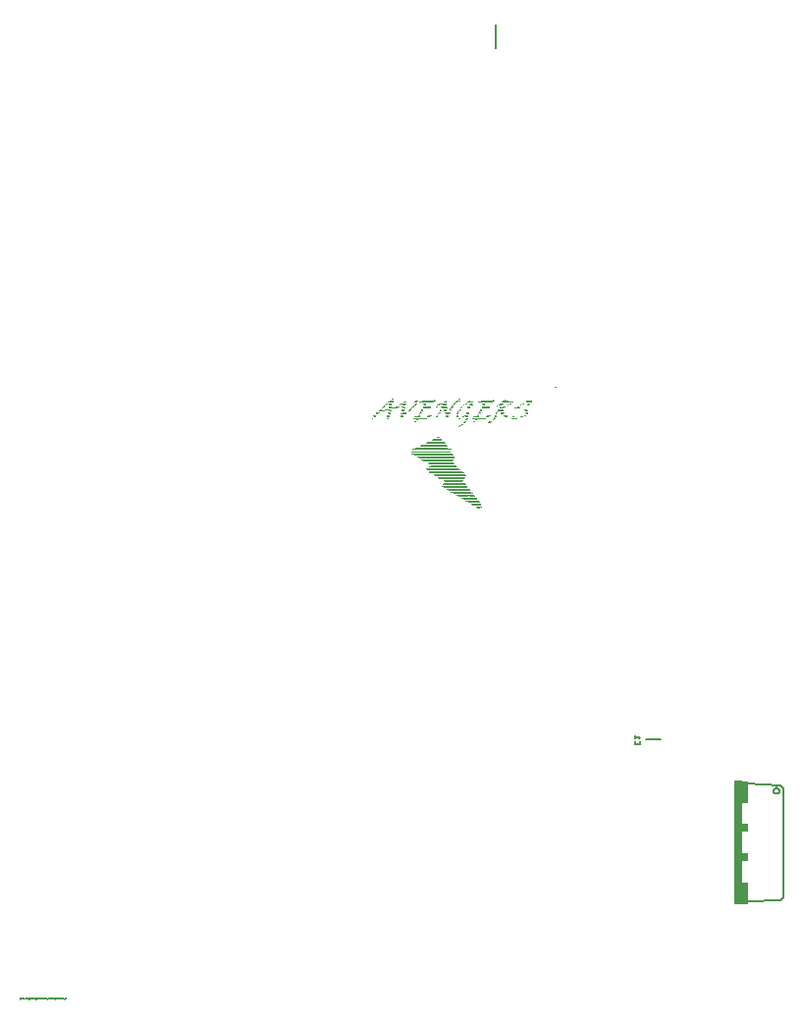
<source format=gbr>
G04 EAGLE Gerber RS-274X export*
G75*
%MOMM*%
%FSLAX34Y34*%
%LPD*%
%INSilkscreen Bottom*%
%IPPOS*%
%AMOC8*
5,1,8,0,0,1.08239X$1,22.5*%
G01*
%ADD10R,0.254000X0.084581*%
%ADD11R,0.508000X0.084581*%
%ADD12R,0.594363X0.084838*%
%ADD13R,0.762000X0.084581*%
%ADD14R,0.845819X0.084581*%
%ADD15R,0.845819X0.084838*%
%ADD16R,1.016000X0.084581*%
%ADD17R,1.102363X0.084581*%
%ADD18R,1.183638X0.084838*%
%ADD19R,1.186181X0.084581*%
%ADD20R,1.353819X0.084581*%
%ADD21R,1.440181X0.084838*%
%ADD22R,1.524000X0.084581*%
%ADD23R,1.610363X0.084838*%
%ADD24R,1.694181X0.084581*%
%ADD25R,1.778000X0.084581*%
%ADD26R,1.861819X0.084838*%
%ADD27R,1.864363X0.084581*%
%ADD28R,2.032000X0.084581*%
%ADD29R,2.115819X0.084838*%
%ADD30R,2.115819X0.084581*%
%ADD31R,2.118362X0.084581*%
%ADD32R,2.118362X0.084838*%
%ADD33R,1.861819X0.084581*%
%ADD34R,1.694181X0.084838*%
%ADD35R,1.607819X0.084581*%
%ADD36R,1.691638X0.084581*%
%ADD37R,1.778000X0.084838*%
%ADD38R,2.286000X0.084581*%
%ADD39R,2.540000X0.084838*%
%ADD40R,2.707638X0.084581*%
%ADD41R,2.710181X0.084581*%
%ADD42R,2.877819X0.084838*%
%ADD43R,2.964181X0.084581*%
%ADD44R,2.877819X0.084581*%
%ADD45R,2.880362X0.084838*%
%ADD46R,2.794000X0.084581*%
%ADD47R,2.626362X0.084838*%
%ADD48R,2.453638X0.084581*%
%ADD49R,2.202181X0.084581*%
%ADD50R,2.199638X0.084581*%
%ADD51R,2.286000X0.084838*%
%ADD52R,2.456181X0.084581*%
%ADD53R,3.048000X0.084581*%
%ADD54R,3.215638X0.084581*%
%ADD55R,3.385819X0.084838*%
%ADD56R,3.385819X0.084581*%
%ADD57R,3.472181X0.084581*%
%ADD58R,3.556000X0.084838*%
%ADD59R,3.469638X0.084581*%
%ADD60R,3.218181X0.084838*%
%ADD61R,2.369819X0.084581*%
%ADD62R,1.440181X0.084581*%
%ADD63R,1.186181X0.084838*%
%ADD64R,0.929638X0.084581*%
%ADD65R,0.508000X0.084838*%
%ADD66R,0.170181X0.084581*%
%ADD67R,0.254000X0.084838*%
%ADD68R,0.167637X0.084581*%
%ADD69R,0.083819X0.084838*%
%ADD70R,0.086363X0.084581*%
%ADD71R,0.170181X0.084838*%
%ADD72R,0.086363X0.084838*%
%ADD73R,0.083819X0.084581*%
%ADD74R,0.424181X0.084581*%
%ADD75R,0.167637X0.084838*%
%ADD76R,0.424181X0.084838*%
%ADD77R,0.337819X0.084838*%
%ADD78R,0.340363X0.084581*%
%ADD79R,0.421637X0.084581*%
%ADD80R,0.337819X0.084581*%
%ADD81R,0.340363X0.084838*%
%ADD82R,0.591819X0.084581*%
%ADD83R,0.762000X0.084838*%
%ADD84R,0.932181X0.084838*%
%ADD85R,0.675638X0.084581*%
%ADD86R,0.594363X0.084581*%
%ADD87R,0.421637X0.084838*%
%ADD88R,0.678181X0.084838*%
%ADD89R,1.270000X0.084581*%
%ADD90C,0.025400*%
%ADD91C,0.203200*%
%ADD92C,0.127000*%
%ADD93R,0.762000X10.668000*%
%ADD94R,0.508000X1.905000*%
%ADD95R,0.508000X0.762000*%


D10*
X356420Y419060D03*
D11*
X356014Y419906D03*
D12*
X355582Y420753D03*
D13*
X354744Y421600D03*
D14*
X353461Y422446D03*
D15*
X352623Y423293D03*
D16*
X351772Y424140D03*
D17*
X350502Y424986D03*
D18*
X349232Y425833D03*
D19*
X348381Y426680D03*
D20*
X347543Y427526D03*
D21*
X346273Y428373D03*
D14*
X342463Y429220D03*
D11*
X350070Y429220D03*
D22*
X344152Y430066D03*
D23*
X342882Y430913D03*
D24*
X342463Y431760D03*
D25*
X341180Y432606D03*
D26*
X339923Y433453D03*
D27*
X339072Y434300D03*
D28*
X338234Y435146D03*
D29*
X336951Y435993D03*
D30*
X336113Y436840D03*
D31*
X335262Y437686D03*
D32*
X335262Y438533D03*
D28*
X334830Y439380D03*
D33*
X334843Y440226D03*
D34*
X334843Y441073D03*
D35*
X334411Y441920D03*
D36*
X333992Y442766D03*
D37*
X332722Y443613D03*
D31*
X332722Y444460D03*
D38*
X332722Y445306D03*
D39*
X424568Y533351D03*
D40*
X331452Y447000D03*
D41*
X330601Y447846D03*
D42*
X329763Y448693D03*
D43*
X328493Y449540D03*
D44*
X327223Y450386D03*
D45*
X326372Y451233D03*
D44*
X325521Y452080D03*
D46*
X325102Y452926D03*
D47*
X325102Y453773D03*
D48*
X325102Y454620D03*
D49*
X325521Y455466D03*
D32*
X325102Y456313D03*
D50*
X323832Y457160D03*
D49*
X322981Y458006D03*
D51*
X321724Y458853D03*
D52*
X320873Y459700D03*
D46*
X320860Y460546D03*
D42*
X320441Y461393D03*
D53*
X319590Y462240D03*
D54*
X318752Y463086D03*
D55*
X317901Y463933D03*
D56*
X317063Y464780D03*
D57*
X315793Y465626D03*
D58*
X315374Y466473D03*
D59*
X314942Y467320D03*
D56*
X315361Y469292D03*
D60*
X314523Y469013D03*
D53*
X315374Y469860D03*
D46*
X315780Y470706D03*
D39*
X316212Y471553D03*
D61*
X317063Y472400D03*
D31*
X317482Y473246D03*
D26*
X317901Y474093D03*
D36*
X318752Y474940D03*
D62*
X319171Y475786D03*
D63*
X319603Y476633D03*
D64*
X320022Y477480D03*
D13*
X320860Y478326D03*
D65*
X321292Y479173D03*
D10*
X321724Y480020D03*
D66*
X341903Y442746D03*
D67*
X322424Y445993D03*
D68*
X343831Y444620D03*
D66*
X331851Y445014D03*
D69*
X339491Y489333D03*
D70*
X340342Y490180D03*
D68*
X341612Y491026D03*
D71*
X342463Y491873D03*
D72*
X365742Y491873D03*
D66*
X343301Y492720D03*
D10*
X365742Y492720D03*
D68*
X300972Y493566D03*
X344152Y493566D03*
X351772Y493566D03*
D10*
X366580Y493566D03*
D71*
X301823Y494413D03*
X345003Y494413D03*
X352623Y494413D03*
D67*
X367444Y494413D03*
D66*
X302661Y495260D03*
X345003Y495260D03*
X353461Y495260D03*
D73*
X369133Y495260D03*
X264993Y496106D03*
D66*
X277261Y496106D03*
D19*
X305201Y496106D03*
D68*
X422035Y523196D03*
D66*
X332294Y452083D03*
D68*
X339072Y496106D03*
D66*
X345841Y496106D03*
D19*
X356001Y496106D03*
D68*
X369552Y496106D03*
D74*
X386913Y496106D03*
D75*
X265412Y496953D03*
D67*
X278544Y496953D03*
D71*
X289123Y496953D03*
D21*
X306471Y496953D03*
D71*
X319603Y496953D03*
D67*
X328480Y496953D03*
D76*
X339491Y496953D03*
D71*
X345841Y496953D03*
D21*
X357271Y496953D03*
D69*
X369971Y496953D03*
D71*
X380563Y496953D03*
D67*
X385224Y496953D03*
D77*
X390723Y496953D03*
D66*
X266263Y497800D03*
D10*
X278544Y497800D03*
X290380Y497800D03*
D11*
X302674Y497800D03*
D10*
X313240Y497800D03*
D70*
X320022Y497800D03*
D10*
X329344Y497800D03*
D66*
X337383Y497800D03*
X342463Y497800D03*
D10*
X346260Y497800D03*
D11*
X353474Y497800D03*
D10*
X364040Y497800D03*
D66*
X370403Y497800D03*
D10*
X380144Y497800D03*
D66*
X385643Y497800D03*
D10*
X393682Y497800D03*
X266682Y498646D03*
X278544Y498646D03*
X290380Y498646D03*
D70*
X304782Y498646D03*
D78*
X313672Y498646D03*
D73*
X320873Y498646D03*
D10*
X329344Y498646D03*
D70*
X337802Y498646D03*
D79*
X345422Y498646D03*
D70*
X355582Y498646D03*
D78*
X364472Y498646D03*
D70*
X370822Y498646D03*
D80*
X378861Y498646D03*
D66*
X395803Y498646D03*
D75*
X267952Y499493D03*
D71*
X278963Y499493D03*
D81*
X290812Y499493D03*
D71*
X305201Y499493D03*
D75*
X313672Y499493D03*
X321292Y499493D03*
D81*
X328912Y499493D03*
D72*
X337802Y499493D03*
D81*
X346692Y499493D03*
D71*
X356001Y499493D03*
D75*
X364472Y499493D03*
D71*
X371241Y499493D03*
D67*
X377604Y499493D03*
D71*
X396641Y499493D03*
D68*
X267952Y500340D03*
D66*
X278963Y500340D03*
D74*
X291231Y500340D03*
D73*
X305633Y500340D03*
X321711Y500340D03*
D78*
X328912Y500340D03*
D70*
X337802Y500340D03*
D10*
X347124Y500340D03*
D73*
X356433Y500340D03*
X371673Y500340D03*
D10*
X376740Y500340D03*
D68*
X397492Y500340D03*
D80*
X268803Y501186D03*
D10*
X279382Y501186D03*
D79*
X292082Y501186D03*
D68*
X306052Y501186D03*
D66*
X322143Y501186D03*
D74*
X329331Y501186D03*
D73*
X338653Y501186D03*
D10*
X347124Y501186D03*
D68*
X356852Y501186D03*
D73*
X371673Y501186D03*
D80*
X376321Y501186D03*
D10*
X397924Y501186D03*
D65*
X270492Y502033D03*
D67*
X279382Y502033D03*
X291244Y502033D03*
D72*
X294622Y502033D03*
D69*
X306471Y502033D03*
D72*
X322562Y502033D03*
D65*
X328912Y502033D03*
D69*
X338653Y502033D03*
D71*
X348381Y502033D03*
D69*
X357271Y502033D03*
X372511Y502033D03*
D67*
X375902Y502033D03*
X397924Y502033D03*
D74*
X272613Y502880D03*
D66*
X279801Y502880D03*
D10*
X291244Y502880D03*
D68*
X295892Y502880D03*
D66*
X306903Y502880D03*
X322981Y502880D03*
D10*
X327642Y502880D03*
D73*
X322674Y444474D03*
X339491Y502880D03*
D66*
X357703Y502880D03*
D11*
X374632Y502880D03*
D10*
X397924Y502880D03*
D70*
X271762Y503726D03*
D82*
X277693Y503726D03*
D10*
X291244Y503726D03*
D70*
X297162Y503726D03*
X307322Y503726D03*
D73*
X323413Y503726D03*
D10*
X327642Y503726D03*
D68*
X331452Y503726D03*
D70*
X340342Y503726D03*
X358122Y503726D03*
D74*
X375051Y503726D03*
D10*
X397060Y503726D03*
D83*
X281922Y504573D03*
D71*
X291663Y504573D03*
D69*
X298013Y504573D03*
D81*
X308592Y504573D03*
D65*
X326372Y504573D03*
D69*
X331871Y504573D03*
D72*
X340342Y504573D03*
D81*
X359392Y504573D03*
D77*
X375483Y504573D03*
D84*
X391993Y504573D03*
D73*
X273451Y505420D03*
D13*
X282760Y505420D03*
D66*
X291663Y505420D03*
D73*
X298851Y505420D03*
D85*
X311132Y505420D03*
D11*
X326372Y505420D03*
D70*
X332722Y505420D03*
D73*
X341193Y505420D03*
D10*
X347962Y505420D03*
D85*
X361932Y505420D03*
D79*
X375902Y505420D03*
D74*
X389453Y505420D03*
D70*
X274302Y506266D03*
D10*
X280220Y506266D03*
D78*
X285732Y506266D03*
D10*
X291244Y506266D03*
D70*
X299702Y506266D03*
D85*
X311132Y506266D03*
D70*
X320022Y506266D03*
D74*
X325953Y506266D03*
D66*
X333141Y506266D03*
D73*
X342031Y506266D03*
D10*
X347962Y506266D03*
D85*
X361932Y506266D03*
D73*
X375051Y506266D03*
D10*
X378442Y506266D03*
D68*
X389872Y506266D03*
D69*
X275153Y507113D03*
D67*
X280220Y507113D03*
D71*
X291663Y507113D03*
D69*
X300553Y507113D03*
D71*
X309443Y507113D03*
D67*
X320860Y507113D03*
D81*
X326372Y507113D03*
D69*
X333573Y507113D03*
D72*
X342882Y507113D03*
D67*
X348800Y507113D03*
D71*
X360243Y507113D03*
D69*
X372511Y507113D03*
D71*
X375483Y507113D03*
X380563Y507113D03*
X391561Y507113D03*
D73*
X275991Y507960D03*
D10*
X280220Y507960D03*
D73*
X288691Y507960D03*
D10*
X292082Y507960D03*
D68*
X300972Y507960D03*
D66*
X309443Y507960D03*
D10*
X321724Y507960D03*
D78*
X326372Y507960D03*
D73*
X334411Y507960D03*
X343733Y507960D03*
D78*
X349232Y507960D03*
D66*
X360243Y507960D03*
D78*
X374632Y507960D03*
D73*
X381833Y507960D03*
X392831Y507960D03*
D66*
X398343Y507960D03*
D70*
X276842Y508806D03*
D10*
X280220Y508806D03*
D11*
X290812Y508806D03*
D66*
X301823Y508806D03*
D10*
X309862Y508806D03*
D86*
X325102Y508806D03*
D70*
X335262Y508806D03*
D66*
X345003Y508806D03*
D68*
X349232Y508806D03*
D10*
X360662Y508806D03*
D80*
X375483Y508806D03*
D66*
X383103Y508806D03*
X394101Y508806D03*
X399181Y508806D03*
D87*
X279382Y509653D03*
D77*
X291663Y509653D03*
D71*
X301823Y509653D03*
D75*
X306052Y509653D03*
D88*
X312821Y509653D03*
D76*
X325953Y509653D03*
D69*
X336113Y509653D03*
D12*
X347962Y509653D03*
D75*
X356852Y509653D03*
D88*
X363621Y509653D03*
D65*
X377172Y509653D03*
D71*
X383941Y509653D03*
X395803Y509653D03*
D67*
X399600Y509653D03*
D74*
X280233Y510500D03*
D10*
X292920Y510500D03*
X302242Y510500D03*
D89*
X311564Y510500D03*
D10*
X327642Y510500D03*
D68*
X336532Y510500D03*
D74*
X348813Y510500D03*
D89*
X362364Y510500D03*
D16*
X380550Y510500D03*
D11*
X399194Y510500D03*
D78*
X280652Y511346D03*
D10*
X303080Y511346D03*
D19*
X312821Y511346D03*
D73*
X328493Y511346D03*
D80*
X338221Y511346D03*
D73*
X348813Y511346D03*
D19*
X363621Y511346D03*
D82*
X379293Y511346D03*
D74*
X399613Y511346D03*
D67*
X281084Y512193D03*
D69*
X318333Y512193D03*
D81*
X339072Y512193D03*
D69*
X369133Y512193D03*
X379293Y512193D03*
D67*
X400464Y512193D03*
D70*
X281922Y513040D03*
D68*
X339072Y513040D03*
D90*
X-449Y-4115D02*
X-770Y-4115D01*
X-449Y-4115D02*
X-415Y-4113D01*
X-382Y-4108D01*
X-350Y-4099D01*
X-318Y-4087D01*
X-288Y-4072D01*
X-260Y-4054D01*
X-234Y-4032D01*
X-210Y-4008D01*
X-189Y-3982D01*
X-170Y-3954D01*
X-155Y-3924D01*
X-143Y-3893D01*
X-134Y-3860D01*
X-129Y-3827D01*
X-127Y-3793D01*
X-127Y-2989D01*
X-129Y-2955D01*
X-134Y-2922D01*
X-143Y-2890D01*
X-155Y-2858D01*
X-170Y-2828D01*
X-188Y-2800D01*
X-210Y-2774D01*
X-234Y-2750D01*
X-260Y-2729D01*
X-288Y-2710D01*
X-318Y-2695D01*
X-349Y-2683D01*
X-382Y-2674D01*
X-415Y-2669D01*
X-449Y-2667D01*
X-770Y-2667D01*
X-1363Y-3914D02*
X-1363Y-3994D01*
X-1363Y-3914D02*
X-1444Y-3914D01*
X-1444Y-3994D01*
X-1363Y-3994D01*
X-1363Y-3351D02*
X-1363Y-3270D01*
X-1444Y-3270D01*
X-1444Y-3351D01*
X-1363Y-3351D01*
X-2052Y-4276D02*
X-2695Y-2506D01*
X-3401Y-2667D02*
X-3401Y-3713D01*
X-3403Y-3751D01*
X-3408Y-3789D01*
X-3417Y-3826D01*
X-3430Y-3862D01*
X-3446Y-3897D01*
X-3465Y-3930D01*
X-3487Y-3961D01*
X-3512Y-3990D01*
X-3540Y-4017D01*
X-3570Y-4040D01*
X-3602Y-4061D01*
X-3636Y-4079D01*
X-3672Y-4093D01*
X-3708Y-4104D01*
X-3746Y-4111D01*
X-3784Y-4115D01*
X-3822Y-4115D01*
X-3860Y-4111D01*
X-3898Y-4104D01*
X-3934Y-4093D01*
X-3970Y-4079D01*
X-4004Y-4061D01*
X-4036Y-4040D01*
X-4066Y-4017D01*
X-4094Y-3990D01*
X-4119Y-3961D01*
X-4141Y-3930D01*
X-4160Y-3897D01*
X-4176Y-3862D01*
X-4189Y-3826D01*
X-4198Y-3789D01*
X-4203Y-3751D01*
X-4205Y-3713D01*
X-4205Y-2667D01*
X-5082Y-3552D02*
X-5485Y-3713D01*
X-5082Y-3552D02*
X-5057Y-3540D01*
X-5034Y-3525D01*
X-5013Y-3507D01*
X-4995Y-3486D01*
X-4980Y-3464D01*
X-4967Y-3439D01*
X-4958Y-3413D01*
X-4953Y-3386D01*
X-4951Y-3358D01*
X-4953Y-3331D01*
X-4958Y-3304D01*
X-4967Y-3277D01*
X-4979Y-3253D01*
X-4995Y-3230D01*
X-5013Y-3209D01*
X-5034Y-3191D01*
X-5057Y-3176D01*
X-5082Y-3164D01*
X-5108Y-3156D01*
X-5135Y-3150D01*
X-5163Y-3149D01*
X-5163Y-3150D02*
X-5216Y-3152D01*
X-5269Y-3158D01*
X-5322Y-3166D01*
X-5374Y-3178D01*
X-5425Y-3192D01*
X-5476Y-3210D01*
X-5525Y-3231D01*
X-5485Y-3712D02*
X-5510Y-3724D01*
X-5533Y-3739D01*
X-5554Y-3757D01*
X-5572Y-3778D01*
X-5587Y-3800D01*
X-5600Y-3825D01*
X-5609Y-3851D01*
X-5614Y-3878D01*
X-5616Y-3906D01*
X-5614Y-3933D01*
X-5609Y-3960D01*
X-5600Y-3987D01*
X-5588Y-4011D01*
X-5572Y-4034D01*
X-5554Y-4055D01*
X-5533Y-4073D01*
X-5510Y-4088D01*
X-5485Y-4100D01*
X-5459Y-4109D01*
X-5432Y-4114D01*
X-5404Y-4115D01*
X-5340Y-4112D01*
X-5276Y-4107D01*
X-5212Y-4098D01*
X-5148Y-4087D01*
X-5085Y-4072D01*
X-5023Y-4055D01*
X-4962Y-4034D01*
X-6531Y-4115D02*
X-6933Y-4115D01*
X-6531Y-4115D02*
X-6502Y-4113D01*
X-6473Y-4108D01*
X-6446Y-4099D01*
X-6419Y-4087D01*
X-6394Y-4072D01*
X-6371Y-4054D01*
X-6351Y-4034D01*
X-6333Y-4011D01*
X-6318Y-3986D01*
X-6306Y-3959D01*
X-6297Y-3932D01*
X-6292Y-3903D01*
X-6290Y-3874D01*
X-6289Y-3874D02*
X-6289Y-3471D01*
X-6291Y-3436D01*
X-6297Y-3402D01*
X-6306Y-3368D01*
X-6319Y-3336D01*
X-6335Y-3305D01*
X-6355Y-3276D01*
X-6377Y-3250D01*
X-6403Y-3226D01*
X-6430Y-3204D01*
X-6460Y-3187D01*
X-6492Y-3172D01*
X-6525Y-3161D01*
X-6559Y-3153D01*
X-6594Y-3149D01*
X-6628Y-3149D01*
X-6663Y-3153D01*
X-6697Y-3161D01*
X-6730Y-3172D01*
X-6762Y-3187D01*
X-6792Y-3204D01*
X-6819Y-3226D01*
X-6845Y-3250D01*
X-6867Y-3276D01*
X-6887Y-3305D01*
X-6903Y-3336D01*
X-6916Y-3368D01*
X-6925Y-3402D01*
X-6931Y-3436D01*
X-6933Y-3471D01*
X-6933Y-3632D01*
X-6289Y-3632D01*
X-7680Y-4115D02*
X-7680Y-3150D01*
X-8163Y-3150D01*
X-8163Y-3311D01*
X-8809Y-3552D02*
X-9212Y-3713D01*
X-8809Y-3552D02*
X-8784Y-3540D01*
X-8761Y-3525D01*
X-8740Y-3507D01*
X-8722Y-3486D01*
X-8707Y-3464D01*
X-8694Y-3439D01*
X-8685Y-3413D01*
X-8680Y-3386D01*
X-8678Y-3358D01*
X-8680Y-3331D01*
X-8685Y-3304D01*
X-8694Y-3277D01*
X-8706Y-3253D01*
X-8722Y-3230D01*
X-8740Y-3209D01*
X-8761Y-3191D01*
X-8784Y-3176D01*
X-8809Y-3164D01*
X-8835Y-3156D01*
X-8862Y-3150D01*
X-8890Y-3149D01*
X-8890Y-3150D02*
X-8943Y-3152D01*
X-8996Y-3158D01*
X-9049Y-3166D01*
X-9101Y-3178D01*
X-9152Y-3192D01*
X-9203Y-3210D01*
X-9252Y-3231D01*
X-9212Y-3712D02*
X-9237Y-3724D01*
X-9260Y-3739D01*
X-9281Y-3757D01*
X-9299Y-3778D01*
X-9314Y-3800D01*
X-9327Y-3825D01*
X-9336Y-3851D01*
X-9341Y-3878D01*
X-9343Y-3906D01*
X-9341Y-3933D01*
X-9336Y-3960D01*
X-9327Y-3987D01*
X-9315Y-4011D01*
X-9299Y-4034D01*
X-9281Y-4055D01*
X-9260Y-4073D01*
X-9237Y-4088D01*
X-9212Y-4100D01*
X-9186Y-4109D01*
X-9159Y-4114D01*
X-9131Y-4115D01*
X-9067Y-4112D01*
X-9003Y-4107D01*
X-8939Y-4098D01*
X-8875Y-4087D01*
X-8812Y-4072D01*
X-8750Y-4055D01*
X-8689Y-4034D01*
X-9965Y-4276D02*
X-10609Y-2506D01*
X-11293Y-3150D02*
X-11293Y-3874D01*
X-11295Y-3903D01*
X-11300Y-3932D01*
X-11309Y-3959D01*
X-11321Y-3986D01*
X-11336Y-4011D01*
X-11354Y-4034D01*
X-11374Y-4054D01*
X-11397Y-4072D01*
X-11422Y-4087D01*
X-11449Y-4099D01*
X-11476Y-4108D01*
X-11505Y-4113D01*
X-11534Y-4115D01*
X-11936Y-4115D01*
X-11936Y-3150D01*
X-12792Y-3552D02*
X-13194Y-3713D01*
X-12791Y-3552D02*
X-12766Y-3540D01*
X-12743Y-3525D01*
X-12722Y-3507D01*
X-12704Y-3486D01*
X-12689Y-3464D01*
X-12676Y-3439D01*
X-12667Y-3413D01*
X-12662Y-3386D01*
X-12660Y-3358D01*
X-12662Y-3331D01*
X-12667Y-3304D01*
X-12676Y-3277D01*
X-12688Y-3253D01*
X-12704Y-3230D01*
X-12722Y-3209D01*
X-12743Y-3191D01*
X-12766Y-3176D01*
X-12791Y-3164D01*
X-12817Y-3156D01*
X-12844Y-3150D01*
X-12872Y-3149D01*
X-12872Y-3150D02*
X-12925Y-3152D01*
X-12978Y-3158D01*
X-13031Y-3166D01*
X-13083Y-3178D01*
X-13134Y-3192D01*
X-13185Y-3210D01*
X-13234Y-3231D01*
X-13194Y-3712D02*
X-13219Y-3724D01*
X-13242Y-3739D01*
X-13263Y-3757D01*
X-13281Y-3778D01*
X-13296Y-3800D01*
X-13309Y-3825D01*
X-13318Y-3851D01*
X-13323Y-3878D01*
X-13325Y-3906D01*
X-13323Y-3933D01*
X-13318Y-3960D01*
X-13309Y-3987D01*
X-13297Y-4011D01*
X-13281Y-4034D01*
X-13263Y-4055D01*
X-13242Y-4073D01*
X-13219Y-4088D01*
X-13194Y-4100D01*
X-13168Y-4109D01*
X-13141Y-4114D01*
X-13113Y-4115D01*
X-13049Y-4112D01*
X-12985Y-4107D01*
X-12921Y-4098D01*
X-12857Y-4087D01*
X-12794Y-4072D01*
X-12732Y-4055D01*
X-12671Y-4034D01*
X-14240Y-4115D02*
X-14642Y-4115D01*
X-14240Y-4115D02*
X-14211Y-4113D01*
X-14182Y-4108D01*
X-14155Y-4099D01*
X-14128Y-4087D01*
X-14103Y-4072D01*
X-14080Y-4054D01*
X-14060Y-4034D01*
X-14042Y-4011D01*
X-14027Y-3986D01*
X-14015Y-3959D01*
X-14006Y-3932D01*
X-14001Y-3903D01*
X-13999Y-3874D01*
X-13998Y-3874D02*
X-13998Y-3471D01*
X-14000Y-3436D01*
X-14006Y-3402D01*
X-14015Y-3368D01*
X-14028Y-3336D01*
X-14044Y-3305D01*
X-14064Y-3276D01*
X-14086Y-3250D01*
X-14112Y-3226D01*
X-14139Y-3204D01*
X-14169Y-3187D01*
X-14201Y-3172D01*
X-14234Y-3161D01*
X-14268Y-3153D01*
X-14303Y-3149D01*
X-14337Y-3149D01*
X-14372Y-3153D01*
X-14406Y-3161D01*
X-14439Y-3172D01*
X-14471Y-3187D01*
X-14501Y-3204D01*
X-14528Y-3226D01*
X-14554Y-3250D01*
X-14576Y-3276D01*
X-14596Y-3305D01*
X-14612Y-3336D01*
X-14625Y-3368D01*
X-14634Y-3402D01*
X-14640Y-3436D01*
X-14642Y-3471D01*
X-14642Y-3632D01*
X-13998Y-3632D01*
X-15390Y-4115D02*
X-15390Y-3150D01*
X-15872Y-3150D01*
X-15872Y-3311D01*
X-16347Y-4276D02*
X-16990Y-2506D01*
X-17696Y-2667D02*
X-17696Y-4115D01*
X-17696Y-2667D02*
X-18098Y-2667D01*
X-18135Y-2669D01*
X-18172Y-2674D01*
X-18208Y-2682D01*
X-18243Y-2694D01*
X-18277Y-2709D01*
X-18310Y-2727D01*
X-18340Y-2748D01*
X-18369Y-2772D01*
X-18395Y-2798D01*
X-18419Y-2827D01*
X-18440Y-2857D01*
X-18458Y-2890D01*
X-18473Y-2924D01*
X-18485Y-2959D01*
X-18493Y-2995D01*
X-18498Y-3032D01*
X-18500Y-3069D01*
X-18500Y-3713D01*
X-18498Y-3750D01*
X-18493Y-3787D01*
X-18485Y-3823D01*
X-18473Y-3858D01*
X-18458Y-3892D01*
X-18440Y-3925D01*
X-18419Y-3955D01*
X-18395Y-3984D01*
X-18369Y-4010D01*
X-18340Y-4034D01*
X-18310Y-4055D01*
X-18277Y-4073D01*
X-18243Y-4088D01*
X-18208Y-4100D01*
X-18172Y-4108D01*
X-18135Y-4113D01*
X-18098Y-4115D01*
X-17696Y-4115D01*
X-19498Y-4115D02*
X-19900Y-4115D01*
X-19498Y-4115D02*
X-19469Y-4113D01*
X-19440Y-4108D01*
X-19413Y-4099D01*
X-19386Y-4087D01*
X-19361Y-4072D01*
X-19338Y-4054D01*
X-19318Y-4034D01*
X-19300Y-4011D01*
X-19285Y-3986D01*
X-19273Y-3959D01*
X-19264Y-3932D01*
X-19259Y-3903D01*
X-19257Y-3874D01*
X-19257Y-3471D01*
X-19259Y-3436D01*
X-19265Y-3402D01*
X-19274Y-3368D01*
X-19287Y-3336D01*
X-19303Y-3305D01*
X-19323Y-3276D01*
X-19345Y-3250D01*
X-19371Y-3226D01*
X-19398Y-3204D01*
X-19428Y-3187D01*
X-19460Y-3172D01*
X-19493Y-3161D01*
X-19527Y-3153D01*
X-19562Y-3149D01*
X-19596Y-3149D01*
X-19631Y-3153D01*
X-19665Y-3161D01*
X-19698Y-3172D01*
X-19730Y-3187D01*
X-19760Y-3204D01*
X-19787Y-3226D01*
X-19813Y-3250D01*
X-19835Y-3276D01*
X-19855Y-3305D01*
X-19871Y-3336D01*
X-19884Y-3368D01*
X-19893Y-3402D01*
X-19899Y-3436D01*
X-19901Y-3471D01*
X-19900Y-3471D02*
X-19900Y-3632D01*
X-19257Y-3632D01*
X-20705Y-3552D02*
X-21107Y-3713D01*
X-20704Y-3552D02*
X-20679Y-3540D01*
X-20656Y-3525D01*
X-20635Y-3507D01*
X-20617Y-3486D01*
X-20602Y-3464D01*
X-20589Y-3439D01*
X-20580Y-3413D01*
X-20575Y-3386D01*
X-20573Y-3358D01*
X-20575Y-3331D01*
X-20580Y-3304D01*
X-20589Y-3277D01*
X-20601Y-3253D01*
X-20617Y-3230D01*
X-20635Y-3209D01*
X-20656Y-3191D01*
X-20679Y-3176D01*
X-20704Y-3164D01*
X-20730Y-3156D01*
X-20757Y-3150D01*
X-20785Y-3149D01*
X-20785Y-3150D02*
X-20838Y-3152D01*
X-20891Y-3158D01*
X-20944Y-3166D01*
X-20996Y-3178D01*
X-21047Y-3192D01*
X-21098Y-3210D01*
X-21147Y-3231D01*
X-21108Y-3712D02*
X-21133Y-3724D01*
X-21156Y-3739D01*
X-21177Y-3757D01*
X-21195Y-3778D01*
X-21210Y-3800D01*
X-21223Y-3825D01*
X-21232Y-3851D01*
X-21237Y-3878D01*
X-21239Y-3906D01*
X-21237Y-3933D01*
X-21232Y-3960D01*
X-21223Y-3987D01*
X-21211Y-4011D01*
X-21195Y-4034D01*
X-21177Y-4055D01*
X-21156Y-4073D01*
X-21133Y-4088D01*
X-21108Y-4100D01*
X-21082Y-4109D01*
X-21055Y-4114D01*
X-21027Y-4115D01*
X-21026Y-4115D02*
X-20962Y-4112D01*
X-20898Y-4107D01*
X-20834Y-4098D01*
X-20770Y-4087D01*
X-20707Y-4072D01*
X-20645Y-4055D01*
X-20584Y-4034D01*
X-21989Y-4115D02*
X-21989Y-2667D01*
X-22632Y-3150D02*
X-21989Y-3632D01*
X-22270Y-3431D02*
X-22632Y-4115D01*
X-23098Y-3150D02*
X-23580Y-3150D01*
X-23258Y-2667D02*
X-23258Y-3874D01*
X-23259Y-3874D02*
X-23261Y-3903D01*
X-23266Y-3932D01*
X-23275Y-3959D01*
X-23287Y-3986D01*
X-23302Y-4011D01*
X-23320Y-4034D01*
X-23340Y-4054D01*
X-23363Y-4072D01*
X-23388Y-4087D01*
X-23415Y-4099D01*
X-23442Y-4108D01*
X-23471Y-4113D01*
X-23500Y-4115D01*
X-23580Y-4115D01*
X-24209Y-3793D02*
X-24209Y-3471D01*
X-24211Y-3436D01*
X-24217Y-3402D01*
X-24226Y-3368D01*
X-24239Y-3336D01*
X-24255Y-3305D01*
X-24275Y-3276D01*
X-24297Y-3250D01*
X-24323Y-3226D01*
X-24350Y-3204D01*
X-24380Y-3187D01*
X-24412Y-3172D01*
X-24445Y-3161D01*
X-24479Y-3153D01*
X-24514Y-3149D01*
X-24548Y-3149D01*
X-24583Y-3153D01*
X-24617Y-3161D01*
X-24650Y-3172D01*
X-24682Y-3187D01*
X-24712Y-3204D01*
X-24739Y-3226D01*
X-24765Y-3250D01*
X-24787Y-3276D01*
X-24807Y-3305D01*
X-24823Y-3336D01*
X-24836Y-3368D01*
X-24845Y-3402D01*
X-24851Y-3436D01*
X-24853Y-3471D01*
X-24853Y-3793D01*
X-24851Y-3828D01*
X-24845Y-3862D01*
X-24836Y-3896D01*
X-24823Y-3928D01*
X-24807Y-3959D01*
X-24787Y-3988D01*
X-24765Y-4014D01*
X-24739Y-4038D01*
X-24712Y-4060D01*
X-24682Y-4077D01*
X-24650Y-4092D01*
X-24617Y-4103D01*
X-24583Y-4111D01*
X-24548Y-4115D01*
X-24514Y-4115D01*
X-24479Y-4111D01*
X-24445Y-4103D01*
X-24412Y-4092D01*
X-24380Y-4077D01*
X-24350Y-4060D01*
X-24323Y-4038D01*
X-24297Y-4014D01*
X-24275Y-3988D01*
X-24255Y-3959D01*
X-24239Y-3928D01*
X-24226Y-3896D01*
X-24217Y-3862D01*
X-24211Y-3828D01*
X-24209Y-3793D01*
X-25599Y-3150D02*
X-25599Y-4597D01*
X-25599Y-3150D02*
X-26001Y-3150D01*
X-26030Y-3152D01*
X-26059Y-3157D01*
X-26086Y-3166D01*
X-26113Y-3178D01*
X-26138Y-3193D01*
X-26161Y-3211D01*
X-26181Y-3231D01*
X-26199Y-3254D01*
X-26214Y-3279D01*
X-26226Y-3306D01*
X-26235Y-3333D01*
X-26240Y-3362D01*
X-26242Y-3391D01*
X-26242Y-3874D01*
X-26240Y-3903D01*
X-26235Y-3932D01*
X-26226Y-3959D01*
X-26214Y-3986D01*
X-26199Y-4011D01*
X-26181Y-4034D01*
X-26161Y-4054D01*
X-26138Y-4072D01*
X-26113Y-4087D01*
X-26086Y-4099D01*
X-26059Y-4108D01*
X-26030Y-4113D01*
X-26001Y-4115D01*
X-25599Y-4115D01*
X-26864Y-4276D02*
X-27507Y-2506D01*
X-28203Y-2667D02*
X-28203Y-4115D01*
X-28605Y-4115D01*
X-28605Y-4114D02*
X-28634Y-4112D01*
X-28663Y-4107D01*
X-28690Y-4098D01*
X-28717Y-4086D01*
X-28742Y-4071D01*
X-28765Y-4053D01*
X-28785Y-4033D01*
X-28803Y-4010D01*
X-28818Y-3985D01*
X-28830Y-3959D01*
X-28839Y-3931D01*
X-28844Y-3902D01*
X-28846Y-3873D01*
X-28846Y-3874D02*
X-28846Y-3391D01*
X-28844Y-3362D01*
X-28839Y-3333D01*
X-28830Y-3306D01*
X-28818Y-3279D01*
X-28803Y-3254D01*
X-28785Y-3231D01*
X-28765Y-3211D01*
X-28742Y-3193D01*
X-28717Y-3178D01*
X-28690Y-3166D01*
X-28663Y-3157D01*
X-28634Y-3152D01*
X-28605Y-3150D01*
X-28203Y-3150D01*
X-29613Y-3150D02*
X-29613Y-4115D01*
X-29613Y-3150D02*
X-30337Y-3150D01*
X-30366Y-3152D01*
X-30395Y-3157D01*
X-30422Y-3166D01*
X-30449Y-3178D01*
X-30474Y-3193D01*
X-30497Y-3211D01*
X-30517Y-3231D01*
X-30535Y-3254D01*
X-30550Y-3279D01*
X-30562Y-3306D01*
X-30571Y-3333D01*
X-30576Y-3362D01*
X-30578Y-3391D01*
X-30578Y-4115D01*
X-30096Y-4115D02*
X-30096Y-3150D01*
X-31587Y-4115D02*
X-31989Y-4115D01*
X-31587Y-4115D02*
X-31558Y-4113D01*
X-31529Y-4108D01*
X-31502Y-4099D01*
X-31475Y-4087D01*
X-31450Y-4072D01*
X-31427Y-4054D01*
X-31407Y-4034D01*
X-31389Y-4011D01*
X-31374Y-3986D01*
X-31362Y-3959D01*
X-31353Y-3932D01*
X-31348Y-3903D01*
X-31346Y-3874D01*
X-31345Y-3874D02*
X-31345Y-3391D01*
X-31346Y-3391D02*
X-31348Y-3362D01*
X-31353Y-3333D01*
X-31362Y-3306D01*
X-31374Y-3279D01*
X-31389Y-3254D01*
X-31407Y-3231D01*
X-31427Y-3211D01*
X-31450Y-3193D01*
X-31475Y-3178D01*
X-31502Y-3166D01*
X-31529Y-3157D01*
X-31558Y-3152D01*
X-31587Y-3150D01*
X-31989Y-3150D01*
X-31989Y-4356D01*
X-31987Y-4385D01*
X-31982Y-4414D01*
X-31973Y-4441D01*
X-31961Y-4468D01*
X-31946Y-4493D01*
X-31928Y-4516D01*
X-31908Y-4536D01*
X-31885Y-4554D01*
X-31860Y-4569D01*
X-31833Y-4581D01*
X-31806Y-4590D01*
X-31777Y-4595D01*
X-31748Y-4597D01*
X-31426Y-4597D01*
X-32798Y-4597D02*
X-32798Y-3150D01*
X-33200Y-3150D01*
X-33229Y-3152D01*
X-33258Y-3157D01*
X-33285Y-3166D01*
X-33312Y-3178D01*
X-33337Y-3193D01*
X-33360Y-3211D01*
X-33380Y-3231D01*
X-33398Y-3254D01*
X-33413Y-3279D01*
X-33425Y-3306D01*
X-33434Y-3333D01*
X-33439Y-3362D01*
X-33441Y-3391D01*
X-33441Y-3874D01*
X-33439Y-3903D01*
X-33434Y-3932D01*
X-33425Y-3959D01*
X-33413Y-3986D01*
X-33398Y-4011D01*
X-33380Y-4034D01*
X-33360Y-4054D01*
X-33337Y-4072D01*
X-33312Y-4087D01*
X-33285Y-4099D01*
X-33258Y-4108D01*
X-33229Y-4113D01*
X-33200Y-4115D01*
X-32798Y-4115D01*
X-34078Y-4115D02*
X-34078Y-3150D01*
X-34038Y-2747D02*
X-34038Y-2667D01*
X-34118Y-2667D01*
X-34118Y-2747D01*
X-34038Y-2747D01*
X-34970Y-4115D02*
X-35292Y-4115D01*
X-34970Y-4115D02*
X-34941Y-4113D01*
X-34912Y-4108D01*
X-34885Y-4099D01*
X-34858Y-4087D01*
X-34833Y-4072D01*
X-34810Y-4054D01*
X-34790Y-4034D01*
X-34772Y-4011D01*
X-34757Y-3986D01*
X-34745Y-3959D01*
X-34736Y-3932D01*
X-34731Y-3903D01*
X-34729Y-3874D01*
X-34729Y-3391D01*
X-34731Y-3362D01*
X-34736Y-3333D01*
X-34745Y-3306D01*
X-34757Y-3279D01*
X-34772Y-3254D01*
X-34790Y-3231D01*
X-34810Y-3211D01*
X-34833Y-3193D01*
X-34858Y-3178D01*
X-34885Y-3166D01*
X-34912Y-3157D01*
X-34941Y-3152D01*
X-34970Y-3150D01*
X-35292Y-3150D01*
X-35825Y-4034D02*
X-35825Y-4115D01*
X-35825Y-4034D02*
X-35905Y-4034D01*
X-35905Y-4115D01*
X-35825Y-4115D01*
X-36575Y-4115D02*
X-36575Y-2667D01*
X-36575Y-4115D02*
X-36978Y-4115D01*
X-36978Y-4114D02*
X-37007Y-4112D01*
X-37036Y-4107D01*
X-37063Y-4098D01*
X-37090Y-4086D01*
X-37115Y-4071D01*
X-37138Y-4053D01*
X-37158Y-4033D01*
X-37176Y-4010D01*
X-37191Y-3985D01*
X-37203Y-3959D01*
X-37212Y-3931D01*
X-37217Y-3902D01*
X-37219Y-3873D01*
X-37219Y-3874D02*
X-37219Y-3391D01*
X-37217Y-3362D01*
X-37212Y-3333D01*
X-37203Y-3306D01*
X-37191Y-3279D01*
X-37176Y-3254D01*
X-37158Y-3231D01*
X-37138Y-3211D01*
X-37115Y-3193D01*
X-37090Y-3178D01*
X-37063Y-3166D01*
X-37036Y-3157D01*
X-37007Y-3152D01*
X-36978Y-3150D01*
X-36575Y-3150D01*
X-37986Y-3150D02*
X-37986Y-4115D01*
X-37986Y-3150D02*
X-38710Y-3150D01*
X-38739Y-3152D01*
X-38768Y-3157D01*
X-38795Y-3166D01*
X-38822Y-3178D01*
X-38847Y-3193D01*
X-38870Y-3211D01*
X-38890Y-3231D01*
X-38908Y-3254D01*
X-38923Y-3279D01*
X-38935Y-3306D01*
X-38944Y-3333D01*
X-38949Y-3362D01*
X-38951Y-3391D01*
X-38951Y-4115D01*
X-38469Y-4115D02*
X-38469Y-3150D01*
X-39792Y-3150D02*
X-39792Y-4597D01*
X-39792Y-3150D02*
X-40194Y-3150D01*
X-40223Y-3152D01*
X-40252Y-3157D01*
X-40279Y-3166D01*
X-40306Y-3178D01*
X-40331Y-3193D01*
X-40354Y-3211D01*
X-40374Y-3231D01*
X-40392Y-3254D01*
X-40407Y-3279D01*
X-40419Y-3306D01*
X-40428Y-3333D01*
X-40433Y-3362D01*
X-40435Y-3391D01*
X-40435Y-3874D01*
X-40433Y-3903D01*
X-40428Y-3932D01*
X-40419Y-3959D01*
X-40407Y-3986D01*
X-40392Y-4011D01*
X-40374Y-4034D01*
X-40354Y-4054D01*
X-40331Y-4072D01*
X-40306Y-4087D01*
X-40279Y-4099D01*
X-40252Y-4108D01*
X-40223Y-4113D01*
X-40194Y-4115D01*
X-39792Y-4115D01*
D91*
X499650Y219500D02*
X512350Y219500D01*
D92*
X490379Y218004D02*
X490379Y216932D01*
X490381Y216867D01*
X490387Y216803D01*
X490397Y216739D01*
X490410Y216675D01*
X490428Y216613D01*
X490449Y216552D01*
X490473Y216492D01*
X490502Y216434D01*
X490534Y216377D01*
X490569Y216323D01*
X490607Y216271D01*
X490649Y216221D01*
X490693Y216174D01*
X490740Y216130D01*
X490790Y216088D01*
X490842Y216050D01*
X490896Y216015D01*
X490953Y215983D01*
X491011Y215954D01*
X491071Y215930D01*
X491132Y215909D01*
X491194Y215891D01*
X491258Y215878D01*
X491322Y215868D01*
X491386Y215862D01*
X491451Y215860D01*
X491451Y215859D02*
X494133Y215859D01*
X494133Y215860D02*
X494198Y215862D01*
X494262Y215868D01*
X494326Y215878D01*
X494390Y215891D01*
X494452Y215909D01*
X494513Y215930D01*
X494573Y215954D01*
X494631Y215983D01*
X494688Y216015D01*
X494742Y216050D01*
X494794Y216088D01*
X494844Y216130D01*
X494891Y216174D01*
X494935Y216221D01*
X494977Y216271D01*
X495015Y216323D01*
X495050Y216377D01*
X495082Y216434D01*
X495111Y216492D01*
X495135Y216552D01*
X495156Y216613D01*
X495174Y216675D01*
X495187Y216739D01*
X495197Y216803D01*
X495203Y216867D01*
X495205Y216932D01*
X495205Y218004D01*
X494133Y220460D02*
X495205Y221800D01*
X490379Y221800D01*
X490379Y220460D02*
X490379Y223141D01*
X370500Y816100D02*
X370500Y836100D01*
X586930Y79700D02*
X616140Y80970D01*
X618680Y83510D01*
X618680Y177490D01*
X616140Y180030D01*
X586930Y181300D01*
X610044Y175458D02*
X610046Y175558D01*
X610052Y175659D01*
X610062Y175758D01*
X610076Y175858D01*
X610093Y175957D01*
X610115Y176055D01*
X610141Y176152D01*
X610170Y176248D01*
X610203Y176342D01*
X610240Y176436D01*
X610280Y176528D01*
X610324Y176618D01*
X610372Y176706D01*
X610423Y176793D01*
X610477Y176877D01*
X610535Y176959D01*
X610596Y177039D01*
X610660Y177116D01*
X610727Y177191D01*
X610797Y177263D01*
X610870Y177332D01*
X610945Y177398D01*
X611023Y177462D01*
X611103Y177522D01*
X611186Y177579D01*
X611271Y177632D01*
X611358Y177682D01*
X611447Y177729D01*
X611537Y177772D01*
X611629Y177812D01*
X611723Y177848D01*
X611818Y177880D01*
X611914Y177908D01*
X612012Y177933D01*
X612110Y177953D01*
X612209Y177970D01*
X612309Y177983D01*
X612408Y177992D01*
X612509Y177997D01*
X612609Y177998D01*
X612709Y177995D01*
X612810Y177988D01*
X612909Y177977D01*
X613009Y177962D01*
X613107Y177944D01*
X613205Y177921D01*
X613302Y177894D01*
X613397Y177864D01*
X613492Y177830D01*
X613585Y177792D01*
X613676Y177751D01*
X613766Y177706D01*
X613854Y177658D01*
X613940Y177606D01*
X614024Y177551D01*
X614105Y177492D01*
X614184Y177430D01*
X614261Y177366D01*
X614335Y177298D01*
X614406Y177227D01*
X614475Y177154D01*
X614540Y177078D01*
X614603Y176999D01*
X614662Y176918D01*
X614718Y176835D01*
X614771Y176750D01*
X614820Y176662D01*
X614866Y176573D01*
X614908Y176482D01*
X614947Y176389D01*
X614982Y176295D01*
X615013Y176200D01*
X615041Y176103D01*
X615064Y176006D01*
X615084Y175907D01*
X615100Y175808D01*
X615112Y175709D01*
X615120Y175608D01*
X615124Y175508D01*
X615124Y175408D01*
X615120Y175308D01*
X615112Y175207D01*
X615100Y175108D01*
X615084Y175009D01*
X615064Y174910D01*
X615041Y174813D01*
X615013Y174716D01*
X614982Y174621D01*
X614947Y174527D01*
X614908Y174434D01*
X614866Y174343D01*
X614820Y174254D01*
X614771Y174166D01*
X614718Y174081D01*
X614662Y173998D01*
X614603Y173917D01*
X614540Y173838D01*
X614475Y173762D01*
X614406Y173689D01*
X614335Y173618D01*
X614261Y173550D01*
X614184Y173486D01*
X614105Y173424D01*
X614024Y173365D01*
X613940Y173310D01*
X613854Y173258D01*
X613766Y173210D01*
X613676Y173165D01*
X613585Y173124D01*
X613492Y173086D01*
X613397Y173052D01*
X613302Y173022D01*
X613205Y172995D01*
X613107Y172972D01*
X613009Y172954D01*
X612909Y172939D01*
X612810Y172928D01*
X612709Y172921D01*
X612609Y172918D01*
X612509Y172919D01*
X612408Y172924D01*
X612309Y172933D01*
X612209Y172946D01*
X612110Y172963D01*
X612012Y172983D01*
X611914Y173008D01*
X611818Y173036D01*
X611723Y173068D01*
X611629Y173104D01*
X611537Y173144D01*
X611447Y173187D01*
X611358Y173234D01*
X611271Y173284D01*
X611186Y173337D01*
X611103Y173394D01*
X611023Y173454D01*
X610945Y173518D01*
X610870Y173584D01*
X610797Y173653D01*
X610727Y173725D01*
X610660Y173800D01*
X610596Y173877D01*
X610535Y173957D01*
X610477Y174039D01*
X610423Y174123D01*
X610372Y174210D01*
X610324Y174298D01*
X610280Y174388D01*
X610240Y174480D01*
X610203Y174574D01*
X610170Y174668D01*
X610141Y174764D01*
X610115Y174861D01*
X610093Y174959D01*
X610076Y175058D01*
X610062Y175158D01*
X610052Y175257D01*
X610046Y175358D01*
X610044Y175458D01*
D93*
X579310Y130500D03*
D94*
X585660Y174315D03*
D95*
X585660Y143200D03*
X585660Y117800D03*
D94*
X585660Y86685D03*
M02*

</source>
